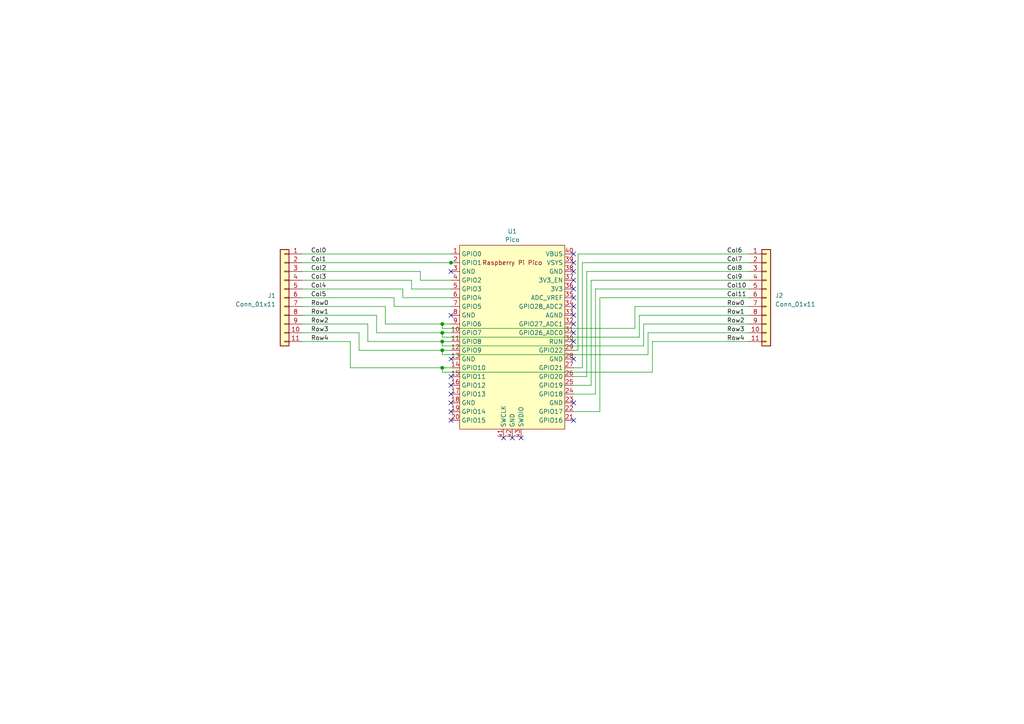
<source format=kicad_sch>
(kicad_sch (version 20230121) (generator eeschema)
  (paper "A4")
  (lib_symbols
    (symbol "Connector_Generic:Conn_01x11" (pin_names (offset 1.016) hide)
      (property "Reference" "J" (at 0 15.24 0))
      (property "Value" "Conn_01x11" (at 0 -15.24 0))
      (symbol "Conn_01x11_1_1"
        (rectangle (start -1.27 -12.573) (end 0 -12.827) (stroke (width 0.1524)))
        (rectangle (start -1.27 -10.033) (end 0 -10.287) (stroke (width 0.1524)))
        (rectangle (start -1.27 -7.493) (end 0 -7.747) (stroke (width 0.1524)))
        (rectangle (start -1.27 -4.953) (end 0 -5.207) (stroke (width 0.1524)))
        (rectangle (start -1.27 -2.413) (end 0 -2.667) (stroke (width 0.1524)))
        (rectangle (start -1.27 0.127) (end 0 -0.127) (stroke (width 0.1524)))
        (rectangle (start -1.27 2.667) (end 0 2.413) (stroke (width 0.1524)))
        (rectangle (start -1.27 5.207) (end 0 4.953) (stroke (width 0.1524)))
        (rectangle (start -1.27 7.747) (end 0 7.493) (stroke (width 0.1524)))
        (rectangle (start -1.27 10.287) (end 0 10.033) (stroke (width 0.1524)))
        (rectangle (start -1.27 12.827) (end 0 12.573) (stroke (width 0.1524)))
        (rectangle (start -1.27 13.97) (end 1.27 -13.97) (stroke (width 0.254)) (fill (type background)))
        (pin passive line (at -5.08 12.7 0) (length 3.81) (name "Pin_1") (number "1"))
        (pin passive line (at -5.08 -10.16 0) (length 3.81) (name "Pin_10") (number "10"))
        (pin passive line (at -5.08 -12.7 0) (length 3.81) (name "Pin_11") (number "11"))
        (pin passive line (at -5.08 10.16 0) (length 3.81) (name "Pin_2") (number "2"))
        (pin passive line (at -5.08 7.62 0) (length 3.81) (name "Pin_3") (number "3"))
        (pin passive line (at -5.08 5.08 0) (length 3.81) (name "Pin_4") (number "4"))
        (pin passive line (at -5.08 2.54 0) (length 3.81) (name "Pin_5") (number "5"))
        (pin passive line (at -5.08 0 0) (length 3.81) (name "Pin_6") (number "6"))
        (pin passive line (at -5.08 -2.54 0) (length 3.81) (name "Pin_7") (number "7"))
        (pin passive line (at -5.08 -5.08 0) (length 3.81) (name "Pin_8") (number "8"))
        (pin passive line (at -5.08 -7.62 0) (length 3.81) (name "Pin_9") (number "9"))
      )
    )
    (symbol "MCU_RaspberryPi_and_Boards:Pico"
      (property "Reference" "U" (at -13.97 27.94 0))
      (property "Value" "Pico" (at 0 19.05 0))
      (symbol "Pico_0_0"
        (text "Raspberry Pi Pico" (at 0 21.59 0) (effects (font (size 1.27 1.27))))
      )
      (symbol "Pico_0_1"
        (rectangle (start -15.24 26.67) (end 15.24 -26.67) (fill (type background)))
      )
      (symbol "Pico_1_1"
        (pin bidirectional line (at -17.78 24.13 0) (length 2.54) (name "GPIO0") (number "1"))
        (pin bidirectional line (at -17.78 1.27 0) (length 2.54) (name "GPIO7") (number "10"))
        (pin bidirectional line (at -17.78 -1.27 0) (length 2.54) (name "GPIO8") (number "11"))
        (pin bidirectional line (at -17.78 -3.81 0) (length 2.54) (name "GPIO9") (number "12"))
        (pin power_in line (at -17.78 -6.35 0) (length 2.54) (name "GND") (number "13"))
        (pin bidirectional line (at -17.78 -8.89 0) (length 2.54) (name "GPIO10") (number "14"))
        (pin bidirectional line (at -17.78 -11.43 0) (length 2.54) (name "GPIO11") (number "15"))
        (pin bidirectional line (at -17.78 -13.97 0) (length 2.54) (name "GPIO12") (number "16"))
        (pin bidirectional line (at -17.78 -16.51 0) (length 2.54) (name "GPIO13") (number "17"))
        (pin power_in line (at -17.78 -19.05 0) (length 2.54) (name "GND") (number "18"))
        (pin bidirectional line (at -17.78 -21.59 0) (length 2.54) (name "GPIO14") (number "19"))
        (pin bidirectional line (at -17.78 21.59 0) (length 2.54) (name "GPIO1") (number "2"))
        (pin bidirectional line (at -17.78 -24.13 0) (length 2.54) (name "GPIO15") (number "20"))
        (pin bidirectional line (at 17.78 -24.13 180) (length 2.54) (name "GPIO16") (number "21"))
        (pin bidirectional line (at 17.78 -21.59 180) (length 2.54) (name "GPIO17") (number "22"))
        (pin power_in line (at 17.78 -19.05 180) (length 2.54) (name "GND") (number "23"))
        (pin bidirectional line (at 17.78 -16.51 180) (length 2.54) (name "GPIO18") (number "24"))
        (pin bidirectional line (at 17.78 -13.97 180) (length 2.54) (name "GPIO19") (number "25"))
        (pin bidirectional line (at 17.78 -11.43 180) (length 2.54) (name "GPIO20") (number "26"))
        (pin bidirectional line (at 17.78 -8.89 180) (length 2.54) (name "GPIO21") (number "27"))
        (pin power_in line (at 17.78 -6.35 180) (length 2.54) (name "GND") (number "28"))
        (pin bidirectional line (at 17.78 -3.81 180) (length 2.54) (name "GPIO22") (number "29"))
        (pin power_in line (at -17.78 19.05 0) (length 2.54) (name "GND") (number "3"))
        (pin input line (at 17.78 -1.27 180) (length 2.54) (name "RUN") (number "30"))
        (pin bidirectional line (at 17.78 1.27 180) (length 2.54) (name "GPIO26_ADC0") (number "31"))
        (pin bidirectional line (at 17.78 3.81 180) (length 2.54) (name "GPIO27_ADC1") (number "32"))
        (pin power_in line (at 17.78 6.35 180) (length 2.54) (name "AGND") (number "33"))
        (pin bidirectional line (at 17.78 8.89 180) (length 2.54) (name "GPIO28_ADC2") (number "34"))
        (pin power_in line (at 17.78 11.43 180) (length 2.54) (name "ADC_VREF") (number "35"))
        (pin power_in line (at 17.78 13.97 180) (length 2.54) (name "3V3") (number "36"))
        (pin input line (at 17.78 16.51 180) (length 2.54) (name "3V3_EN") (number "37"))
        (pin bidirectional line (at 17.78 19.05 180) (length 2.54) (name "GND") (number "38"))
        (pin power_in line (at 17.78 21.59 180) (length 2.54) (name "VSYS") (number "39"))
        (pin bidirectional line (at -17.78 16.51 0) (length 2.54) (name "GPIO2") (number "4"))
        (pin power_in line (at 17.78 24.13 180) (length 2.54) (name "VBUS") (number "40"))
        (pin input line (at -2.54 -29.21 90) (length 2.54) (name "SWCLK") (number "41"))
        (pin power_in line (at 0 -29.21 90) (length 2.54) (name "GND") (number "42"))
        (pin bidirectional line (at 2.54 -29.21 90) (length 2.54) (name "SWDIO") (number "43"))
        (pin bidirectional line (at -17.78 13.97 0) (length 2.54) (name "GPIO3") (number "5"))
        (pin bidirectional line (at -17.78 11.43 0) (length 2.54) (name "GPIO4") (number "6"))
        (pin bidirectional line (at -17.78 8.89 0) (length 2.54) (name "GPIO5") (number "7"))
        (pin power_in line (at -17.78 6.35 0) (length 2.54) (name "GND") (number "8"))
        (pin bidirectional line (at -17.78 3.81 0) (length 2.54) (name "GPIO6") (number "9"))
      )
    )
  )
  (junction (at 128.27 101.6))
  (junction (at 128.27 93.98))
  (junction (at 128.27 96.52))
  (junction (at 128.27 99.06))
  (junction (at 128.27 106.68))
  (junction (at 130.81 76.2))
  (no_connect (at 166.37 76.2))
  (no_connect (at 146.05 127))
  (no_connect (at 130.81 119.38))
  (no_connect (at 130.81 104.14))
  (no_connect (at 166.37 73.66))
  (no_connect (at 166.37 91.44))
  (no_connect (at 130.81 78.74))
  (no_connect (at 166.37 121.92))
  (no_connect (at 166.37 83.82))
  (no_connect (at 130.81 114.3))
  (no_connect (at 166.37 86.36))
  (no_connect (at 166.37 88.9))
  (no_connect (at 130.81 91.44))
  (no_connect (at 166.37 96.52))
  (no_connect (at 151.13 127))
  (no_connect (at 130.81 116.84))
  (no_connect (at 166.37 81.28))
  (no_connect (at 148.59 127))
  (no_connect (at 130.81 111.76))
  (no_connect (at 130.81 109.22))
  (no_connect (at 130.81 121.92))
  (no_connect (at 166.37 78.74))
  (no_connect (at 166.37 116.84))
  (no_connect (at 166.37 93.98))
  (no_connect (at 166.37 99.06))
  (no_connect (at 166.37 104.14))
  (wire (pts (xy 166.37 111.76) (xy 171.45 111.76)))
  (wire (pts (xy 184.15 88.9) (xy 217.17 88.9)))
  (wire (pts (xy 130.81 101.6) (xy 128.27 101.6)))
  (wire (pts (xy 128.27 107.95) (xy 189.23 107.95)))
  (wire (pts (xy 104.14 101.6) (xy 128.27 101.6)))
  (wire (pts (xy 130.81 83.82) (xy 119.38 83.82)))
  (wire (pts (xy 121.92 78.74) (xy 87.63 78.74)))
  (wire (pts (xy 130.81 73.66) (xy 87.63 73.66)))
  (wire (pts (xy 106.68 99.06) (xy 106.68 93.98)))
  (wire (pts (xy 128.27 96.52) (xy 128.27 97.79)))
  (wire (pts (xy 101.6 106.68) (xy 101.6 99.06)))
  (wire (pts (xy 128.27 100.33) (xy 186.69 100.33)))
  (wire (pts (xy 128.27 102.87) (xy 187.96 102.87)))
  (wire (pts (xy 106.68 99.06) (xy 128.27 99.06)))
  (wire (pts (xy 171.45 81.28) (xy 217.17 81.28)))
  (wire (pts (xy 101.6 99.06) (xy 87.63 99.06)))
  (wire (pts (xy 186.69 93.98) (xy 217.17 93.98)))
  (wire (pts (xy 172.72 114.3) (xy 166.37 114.3)))
  (wire (pts (xy 114.3 88.9) (xy 114.3 86.36)))
  (wire (pts (xy 172.72 83.82) (xy 172.72 114.3)))
  (wire (pts (xy 111.76 88.9) (xy 87.63 88.9)))
  (wire (pts (xy 168.91 106.68) (xy 166.37 106.68)))
  (wire (pts (xy 128.27 100.33) (xy 128.27 99.06)))
  (wire (pts (xy 111.76 93.98) (xy 128.27 93.98)))
  (wire (pts (xy 130.81 88.9) (xy 114.3 88.9)))
  (wire (pts (xy 130.81 76.2) (xy 132.08 76.2)))
  (wire (pts (xy 87.63 81.28) (xy 119.38 81.28)))
  (wire (pts (xy 185.42 91.44) (xy 185.42 97.79)))
  (wire (pts (xy 104.14 96.52) (xy 87.63 96.52)))
  (wire (pts (xy 172.72 83.82) (xy 217.17 83.82)))
  (wire (pts (xy 173.99 86.36) (xy 217.17 86.36)))
  (wire (pts (xy 106.68 93.98) (xy 87.63 93.98)))
  (wire (pts (xy 128.27 97.79) (xy 185.42 97.79)))
  (wire (pts (xy 87.63 86.36) (xy 114.3 86.36)))
  (wire (pts (xy 184.15 95.25) (xy 128.27 95.25)))
  (wire (pts (xy 109.22 91.44) (xy 87.63 91.44)))
  (wire (pts (xy 119.38 83.82) (xy 119.38 81.28)))
  (wire (pts (xy 87.63 83.82) (xy 116.84 83.82)))
  (wire (pts (xy 189.23 99.06) (xy 217.17 99.06)))
  (wire (pts (xy 167.64 73.66) (xy 217.17 73.66)))
  (wire (pts (xy 130.81 96.52) (xy 128.27 96.52)))
  (wire (pts (xy 128.27 102.87) (xy 128.27 101.6)))
  (wire (pts (xy 167.64 73.66) (xy 167.64 101.6)))
  (wire (pts (xy 128.27 95.25) (xy 128.27 93.98)))
  (wire (pts (xy 186.69 93.98) (xy 186.69 100.33)))
  (wire (pts (xy 187.96 96.52) (xy 217.17 96.52)))
  (wire (pts (xy 170.18 78.74) (xy 170.18 109.22)))
  (wire (pts (xy 101.6 106.68) (xy 128.27 106.68)))
  (wire (pts (xy 171.45 81.28) (xy 171.45 111.76)))
  (wire (pts (xy 166.37 109.22) (xy 170.18 109.22)))
  (wire (pts (xy 87.63 76.2) (xy 130.81 76.2)))
  (wire (pts (xy 104.14 101.6) (xy 104.14 96.52)))
  (wire (pts (xy 187.96 96.52) (xy 187.96 102.87)))
  (wire (pts (xy 166.37 101.6) (xy 167.64 101.6)))
  (wire (pts (xy 109.22 96.52) (xy 109.22 91.44)))
  (wire (pts (xy 168.91 76.2) (xy 217.17 76.2)))
  (wire (pts (xy 168.91 76.2) (xy 168.91 106.68)))
  (wire (pts (xy 189.23 99.06) (xy 189.23 107.95)))
  (wire (pts (xy 130.81 86.36) (xy 116.84 86.36)))
  (wire (pts (xy 166.37 119.38) (xy 173.99 119.38)))
  (wire (pts (xy 128.27 107.95) (xy 128.27 106.68)))
  (wire (pts (xy 111.76 93.98) (xy 111.76 88.9)))
  (wire (pts (xy 130.81 93.98) (xy 128.27 93.98)))
  (wire (pts (xy 130.81 81.28) (xy 121.92 81.28)))
  (wire (pts (xy 185.42 91.44) (xy 217.17 91.44)))
  (wire (pts (xy 130.81 99.06) (xy 128.27 99.06)))
  (wire (pts (xy 173.99 86.36) (xy 173.99 119.38)))
  (wire (pts (xy 116.84 86.36) (xy 116.84 83.82)))
  (wire (pts (xy 184.15 88.9) (xy 184.15 95.25)))
  (wire (pts (xy 130.81 106.68) (xy 128.27 106.68)))
  (wire (pts (xy 170.18 78.74) (xy 217.17 78.74)))
  (wire (pts (xy 109.22 96.52) (xy 128.27 96.52)))
  (wire (pts (xy 121.92 81.28) (xy 121.92 78.74)))
  (label "Row3" (at 90.17 96.52 0))
  (label "Row3" (at 210.82 96.52 0))
  (label "Col2" (at 90.17 78.74 0))
  (label "Col11" (at 210.82 86.36 0))
  (label "Row2" (at 90.17 93.98 0))
  (label "Col5" (at 90.17 86.36 0))
  (label "Col10" (at 210.82 83.82 0))
  (label "Col3" (at 90.17 81.28 0))
  (label "Row2" (at 210.82 93.98 0))
  (label "Row1" (at 210.82 91.44 0))
  (label "Row4" (at 90.17 99.06 0))
  (label "Row1" (at 90.17 91.44 0))
  (label "Col9" (at 210.82 81.28 0))
  (label "Col0" (at 90.17 73.66 0))
  (label "Col6" (at 210.82 73.66 0))
  (label "Row0" (at 210.82 88.9 0))
  (label "Col4" (at 90.17 83.82 0))
  (label "Col1" (at 90.17 76.2 0))
  (label "Row4" (at 210.82 99.06 0))
  (label "Col8" (at 210.82 78.74 0))
  (label "Col7" (at 210.82 76.2 0))
  (label "Row0" (at 90.17 88.9 0))
  (symbol (lib_id "MCU_RaspberryPi_and_Boards:Pico") (at 148.59 97.79 0) (unit 1)
    (property "Reference" "U1" (at 148.59 67.1027 0))
    (property "Value" "Pico" (at 148.59 69.5269 0))
    (property "Footprint" "RPi_Pico:RPi_Pico_SMD_TH" (effects hide))
    (instances (project "MK2" (path "" (reference "U1") (unit 1)) (path "" (reference "U2") (unit 1))))
  )
  (symbol (lib_id "Connector_Generic:Conn_01x11") (at 222.25 86.36 0) (unit 1)
    (property "Reference" "J2" (at 224.79 85.725 0) (effects (justify left)))
    (property "Value" "Conn_01x11" (at 224.79 88.265 0) (effects (justify left)))
  )
  (symbol (lib_id "Connector_Generic:Conn_01x11") (at 82.55 86.36 0) (mirror y) (unit 1)
    (property "Reference" "J1" (at 80.01 85.725 0) (effects (justify left)))
    (property "Value" "Conn_01x11" (at 80.01 88.265 0) (effects (justify left)))
  )
)
</source>
